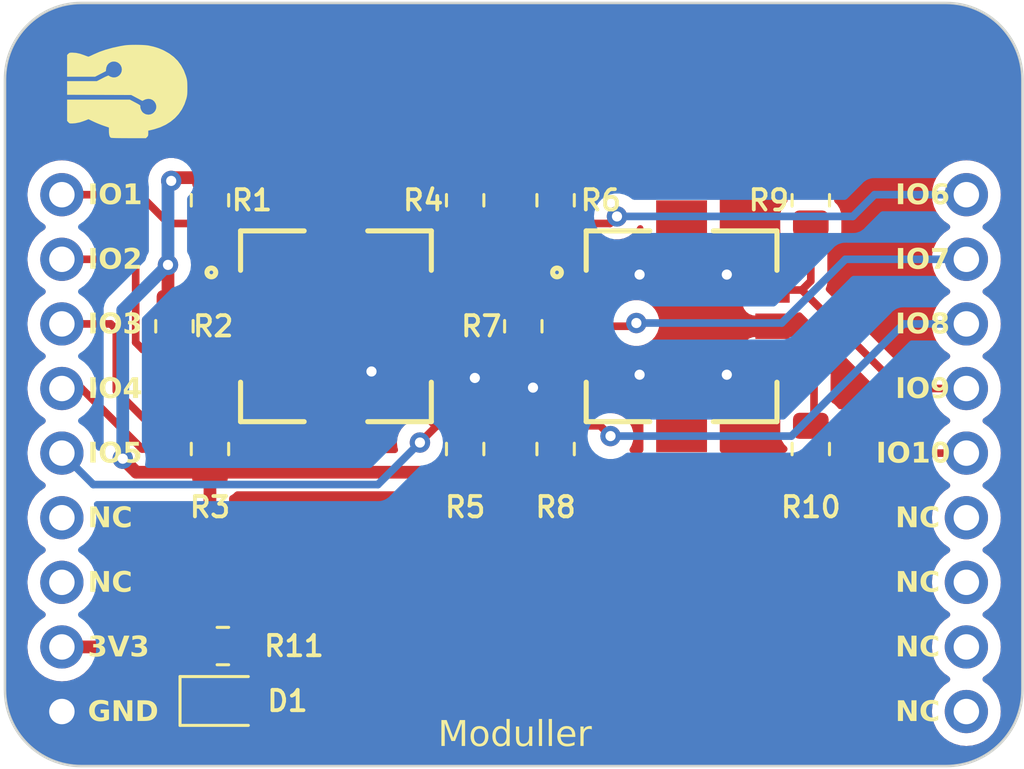
<source format=kicad_pcb>
(kicad_pcb (version 20221018) (generator pcbnew)
  (layers (0 "F.Cu" signal) (31 "B.Cu" signal) (34 "B.Paste" user) (35 "F.Paste" user) (36 "B.SilkS" user "B.Silkscreen") (37 "F.SilkS" user "F.Silkscreen") (38 "B.Mask" user) (39 "F.Mask" user) (44 "Edge.Cuts" user))
  (net 0 "")
  (net 1 "GND")
  (net 2 "Net-(D1-A)")
  (net 3 "+3V3")
  (net 4 "/GPIO1")
  (net 5 "/GPIO2")
  (net 6 "/GPIO3")
  (net 7 "/GPIO4")
  (net 8 "/GPIO5")
  (net 9 "/GPIO6")
  (net 10 "/GPIO7")
  (net 11 "/GPIO8")
  (net 12 "/GPIO9")
  (net 13 "/GPIO10")
  (footprint "Resistor_SMD:R_0805_2012Metric" (layer "F.Cu") (at 78.867 78.74 -90)
    (fp_text reference "R2" (at 0 -1.524 -180) (layer "F.SilkS") (effects (font (size 0.8 0.8) (thickness 0.15) bold)))
    (fp_text value "10k")
    (fp_line (start -0.227064 -0.735) (end 0.227064 -0.735) (stroke (width 0.12)) (layer "F.SilkS"))
    (fp_line (start -0.227064 0.735) (end 0.227064 0.735) (stroke (width 0.12)) (layer "F.SilkS"))
    (pad "1" smd roundrect (at -0.9125 0 270) (size 1.025 1.4) (layers "F.Cu" "F.Paste" "F.Mask") (roundrect_rratio 0.243902) (net 3 "+3V3"))
    (pad "2" smd roundrect (at 0.9125 0 270) (size 1.025 1.4) (layers "F.Cu" "F.Paste" "F.Mask") (roundrect_rratio 0.243902) (net 5 "/GPIO2"))
  )
  (footprint "SKRHAAE010:SKRHAAE010" (layer "F.Cu") (at 85.217 78.74)
    (fp_text reference "S1" hide)
    (fp_text value "SKRHAAE010" hide)
    (fp_line (start -3.75 -3.75) (end -3.75 -2.2) (stroke (width 0.2)) (layer "F.SilkS"))
    (fp_line (start -3.75 -3.75) (end -1.25 -3.75) (stroke (width 0.2)) (layer "F.SilkS"))
    (fp_line (start -3.75 3.75) (end -3.75 2.2) (stroke (width 0.2)) (layer "F.SilkS"))
    (fp_line (start -3.75 3.75) (end -1.25 3.75) (stroke (width 0.2)) (layer "F.SilkS"))
    (fp_line (start 3.75 -3.75) (end 1.25 -3.75) (stroke (width 0.2)) (layer "F.SilkS"))
    (fp_line (start 3.75 -3.75) (end 3.75 -2.2) (stroke (width 0.2)) (layer "F.SilkS"))
    (fp_line (start 3.75 3.75) (end 1.25 3.75) (stroke (width 0.2)) (layer "F.SilkS"))
    (fp_line (start 3.75 3.75) (end 3.75 2.2) (stroke (width 0.2)) (layer "F.SilkS"))
    (fp_circle (center -4.898 -2.116) (end -4.898 -2.04363) (stroke (width 0.2)) (fill none) (layer "F.SilkS"))
    (pad "1" smd rect (at -3.575 -1.425 90) (size 1 1.35) (layers "F.Cu" "F.Paste" "F.Mask") (net 4 "/GPIO1"))
    (pad "2" smd rect (at -3.575 0 90) (size 1 1.35) (layers "F.Cu" "F.Paste" "F.Mask") (net 5 "/GPIO2"))
    (pad "3" smd rect (at -3.575 1.425 90) (size 1 1.35) (layers "F.Cu" "F.Paste" "F.Mask") (net 6 "/GPIO3"))
    (pad "4" smd rect (at 3.575 -1.425 90) (size 1 1.35) (layers "F.Cu" "F.Paste" "F.Mask") (net 7 "/GPIO4"))
    (pad "5" smd rect (at 3.575 0 90) (size 1 1.35) (layers "F.Cu" "F.Paste" "F.Mask") (net 1 "GND"))
    (pad "6" smd rect (at 3.575 1.425 90) (size 1 1.35) (layers "F.Cu" "F.Paste" "F.Mask") (net 8 "/GPIO5"))
    (pad "7" smd rect (at 0 4.05 90) (size 1.8 2) (layers "F.Cu" "F.Paste" "F.Mask"))
    (pad "8" smd rect (at 0 -4.05 90) (size 1.8 2) (layers "F.Cu" "F.Paste" "F.Mask"))
  )
  (footprint "Resistor_SMD:R_0805_2012Metric" (layer "F.Cu") (at 90.297 73.787 90)
    (fp_text reference "R4" (at 0 -1.65 180) (layer "F.SilkS") (effects (font (size 0.8 0.8) (thickness 0.15) bold)))
    (fp_text value "10k")
    (fp_line (start -0.227064 -0.735) (end 0.227064 -0.735) (stroke (width 0.12)) (layer "F.SilkS"))
    (fp_line (start -0.227064 0.735) (end 0.227064 0.735) (stroke (width 0.12)) (layer "F.SilkS"))
    (pad "1" smd roundrect (at -0.9125 0 90) (size 1.025 1.4) (layers "F.Cu" "F.Paste" "F.Mask") (roundrect_rratio 0.243902) (net 7 "/GPIO4"))
    (pad "2" smd roundrect (at 0.9125 0 90) (size 1.025 1.4) (layers "F.Cu" "F.Paste" "F.Mask") (roundrect_rratio 0.243902) (net 3 "+3V3"))
  )
  (footprint "Resistor_SMD:R_0805_2012Metric" (layer "F.Cu") (at 103.886 73.787 90)
    (fp_text reference "R9" (at 0 -1.65 180) (layer "F.SilkS") (effects (font (size 0.8 0.8) (thickness 0.15) bold)))
    (fp_text value "10k")
    (fp_line (start -0.227064 -0.735) (end 0.227064 -0.735) (stroke (width 0.12)) (layer "F.SilkS"))
    (fp_line (start -0.227064 0.735) (end 0.227064 0.735) (stroke (width 0.12)) (layer "F.SilkS"))
    (pad "1" smd roundrect (at -0.9125 0 90) (size 1.025 1.4) (layers "F.Cu" "F.Paste" "F.Mask") (roundrect_rratio 0.243902) (net 12 "/GPIO9"))
    (pad "2" smd roundrect (at 0.9125 0 90) (size 1.025 1.4) (layers "F.Cu" "F.Paste" "F.Mask") (roundrect_rratio 0.243902) (net 3 "+3V3"))
  )
  (footprint "Resistor_SMD:R_0805_2012Metric" (layer "F.Cu") (at 90.297 83.566 -90)
    (fp_text reference "R5" (at 2.286 0) (layer "F.SilkS") (effects (font (size 0.8 0.8) (thickness 0.15) bold)))
    (fp_text value "10k")
    (fp_line (start -0.227064 -0.735) (end 0.227064 -0.735) (stroke (width 0.12)) (layer "F.SilkS"))
    (fp_line (start -0.227064 0.735) (end 0.227064 0.735) (stroke (width 0.12)) (layer "F.SilkS"))
    (pad "1" smd roundrect (at -0.9125 0 270) (size 1.025 1.4) (layers "F.Cu" "F.Paste" "F.Mask") (roundrect_rratio 0.243902) (net 8 "/GPIO5"))
    (pad "2" smd roundrect (at 0.9125 0 270) (size 1.025 1.4) (layers "F.Cu" "F.Paste" "F.Mask") (roundrect_rratio 0.243902) (net 3 "+3V3"))
  )
  (footprint "LED_SMD:LED_0805_2012Metric" (layer "F.Cu") (at 80.772 93.472)
    (fp_text reference "D1" (at 2.54 0) (layer "F.SilkS") (effects (font (size 0.8 0.8) (thickness 0.15) bold)))
    (fp_text value "LED")
    (fp_line (start -1.685 -0.96) (end -1.685 0.96) (stroke (width 0.12)) (layer "F.SilkS"))
    (fp_line (start -1.685 0.96) (end 1 0.96) (stroke (width 0.12)) (layer "F.SilkS"))
    (fp_line (start 1 -0.96) (end -1.685 -0.96) (stroke (width 0.12)) (layer "F.SilkS"))
    (pad "1" smd roundrect (at -0.9375 0) (size 0.975 1.4) (layers "F.Cu" "F.Paste" "F.Mask") (net 1 "GND"))
    (pad "2" smd roundrect (at 0.9375 0) (size 0.975 1.4) (layers "F.Cu" "F.Paste" "F.Mask") (net 2 "Net-(D1-A)"))
  )
  (footprint "Resistor_SMD:R_0805_2012Metric" (layer "F.Cu") (at 92.583 78.74 -90)
    (fp_text reference "R7" (at 0 1.651) (layer "F.SilkS") (effects (font (size 0.8 0.8) (thickness 0.15) bold)))
    (fp_text value "10k")
    (fp_line (start -0.227064 -0.735) (end 0.227064 -0.735) (stroke (width 0.12)) (layer "F.SilkS"))
    (fp_line (start -0.227064 0.735) (end 0.227064 0.735) (stroke (width 0.12)) (layer "F.SilkS"))
    (pad "1" smd roundrect (at -0.9125 0 270) (size 1.025 1.4) (layers "F.Cu" "F.Paste" "F.Mask") (roundrect_rratio 0.243902) (net 3 "+3V3"))
    (pad "2" smd roundrect (at 0.9125 0 270) (size 1.025 1.4) (layers "F.Cu" "F.Paste" "F.Mask") (roundrect_rratio 0.243902) (net 10 "/GPIO7"))
  )
  (footprint "Resistor_SMD:R_0805_2012Metric" (layer "F.Cu") (at 80.264 73.787 -90)
    (fp_text reference "R1" (at 0 -1.65 -180) (layer "F.SilkS") (effects (font (size 0.8 0.8) (thickness 0.15) bold)))
    (fp_text value "10k")
    (fp_line (start -0.227064 -0.735) (end 0.227064 -0.735) (stroke (width 0.12)) (layer "F.SilkS"))
    (fp_line (start -0.227064 0.735) (end 0.227064 0.735) (stroke (width 0.12)) (layer "F.SilkS"))
    (pad "1" smd roundrect (at -0.9125 0 270) (size 1.025 1.4) (layers "F.Cu" "F.Paste" "F.Mask") (roundrect_rratio 0.243902) (net 3 "+3V3"))
    (pad "2" smd roundrect (at 0.9125 0 270) (size 1.025 1.4) (layers "F.Cu" "F.Paste" "F.Mask") (roundrect_rratio 0.243902) (net 4 "/GPIO1"))
  )
  (footprint "Resistor_SMD:R_0805_2012Metric" (layer "F.Cu") (at 80.772 91.313)
    (fp_text reference "R11" (at 2.794 0) (layer "F.SilkS") (effects (font (size 0.8 0.8) (thickness 0.15) bold)))
    (fp_text value "R")
    (fp_line (start -0.227064 -0.735) (end 0.227064 -0.735) (stroke (width 0.12)) (layer "F.SilkS"))
    (fp_line (start -0.227064 0.735) (end 0.227064 0.735) (stroke (width 0.12)) (layer "F.SilkS"))
    (pad "1" smd roundrect (at -0.9125 0) (size 1.025 1.4) (layers "F.Cu" "F.Paste" "F.Mask") (roundrect_rratio 0.243902) (net 3 "+3V3"))
    (pad "2" smd roundrect (at 0.9125 0) (size 1.025 1.4) (layers "F.Cu" "F.Paste" "F.Mask") (roundrect_rratio 0.243902) (net 2 "Net-(D1-A)"))
  )
  (footprint "Resistor_SMD:R_0805_2012Metric" (layer "F.Cu") (at 93.853 73.787 -90)
    (fp_text reference "R6" (at 0 -1.778 -180) (layer "F.SilkS") (effects (font (size 0.8 0.8) (thickness 0.15) bold)))
    (fp_text value "10k")
    (fp_line (start -0.227064 -0.735) (end 0.227064 -0.735) (stroke (width 0.12)) (layer "F.SilkS"))
    (fp_line (start -0.227064 0.735) (end 0.227064 0.735) (stroke (width 0.12)) (layer "F.SilkS"))
    (pad "1" smd roundrect (at -0.9125 0 270) (size 1.025 1.4) (layers "F.Cu" "F.Paste" "F.Mask") (roundrect_rratio 0.243902) (net 3 "+3V3"))
    (pad "2" smd roundrect (at 0.9125 0 270) (size 1.025 1.4) (layers "F.Cu" "F.Paste" "F.Mask") (roundrect_rratio 0.243902) (net 9 "/GPIO6"))
  )
  (footprint "SKRHAAE010:SKRHAAE010" (layer "F.Cu") (at 98.806 78.74)
    (fp_text reference "S2" hide)
    (fp_text value "SKRHAAE010" hide)
    (fp_line (start -3.75 -3.75) (end -3.75 -2.2) (stroke (width 0.2)) (layer "F.SilkS"))
    (fp_line (start -3.75 -3.75) (end -1.25 -3.75) (stroke (width 0.2)) (layer "F.SilkS"))
    (fp_line (start -3.75 3.75) (end -3.75 2.2) (stroke (width 0.2)) (layer "F.SilkS"))
    (fp_line (start -3.75 3.75) (end -1.25 3.75) (stroke (width 0.2)) (layer "F.SilkS"))
    (fp_line (start 3.75 -3.75) (end 1.25 -3.75) (stroke (width 0.2)) (layer "F.SilkS"))
    (fp_line (start 3.75 -3.75) (end 3.75 -2.2) (stroke (width 0.2)) (layer "F.SilkS"))
    (fp_line (start 3.75 3.75) (end 1.25 3.75) (stroke (width 0.2)) (layer "F.SilkS"))
    (fp_line (start 3.75 3.75) (end 3.75 2.2) (stroke (width 0.2)) (layer "F.SilkS"))
    (fp_circle (center -4.898 -2.116) (end -4.898 -2.04363) (stroke (width 0.2)) (fill none) (layer "F.SilkS"))
    (pad "1" smd rect (at -3.575 -1.425 90) (size 1 1.35) (layers "F.Cu" "F.Paste" "F.Mask") (net 9 "/GPIO6"))
    (pad "2" smd rect (at -3.575 0 90) (size 1 1.35) (layers "F.Cu" "F.Paste" "F.Mask") (net 10 "/GPIO7"))
    (pad "3" smd rect (at -3.575 1.425 90) (size 1 1.35) (layers "F.Cu" "F.Paste" "F.Mask") (net 11 "/GPIO8"))
    (pad "4" smd rect (at 3.575 -1.425 90) (size 1 1.35) (layers "F.Cu" "F.Paste" "F.Mask") (net 12 "/GPIO9"))
    (pad "5" smd rect (at 3.575 0 90) (size 1 1.35) (layers "F.Cu" "F.Paste" "F.Mask") (net 1 "GND"))
    (pad "6" smd rect (at 3.575 1.425 90) (size 1 1.35) (layers "F.Cu" "F.Paste" "F.Mask") (net 13 "/GPIO10"))
    (pad "7" smd rect (at 0 4.05 90) (size 1.8 2) (layers "F.Cu" "F.Paste" "F.Mask"))
    (pad "8" smd rect (at 0 -4.05 90) (size 1.8 2) (layers "F.Cu" "F.Paste" "F.Mask"))
  )
  (footprint "Moduler_:pin_header" (layer "F.Cu") (at 91.967877 84.23552)
    (fp_text reference "U1" hide)
    (fp_text value "~" hide)
    (fp_text user "NC" (at 15.24 10.16 unlocked) (layer "F.SilkS") (effects (font (size 0.8 0.8) (thickness 0.2) bold) (justify left bottom)))
    (fp_text user "NC" (at 15.24 2.54 unlocked) (layer "F.SilkS") (effects (font (size 0.8 0.8) (thickness 0.2) bold) (justify left bottom)))
    (fp_text user "Moduller" (at -2.7432 11.176 unlocked) (layer "F.SilkS") (effects (font (thickness 0.1)) (justify left bottom)))
    (fp_text user "IO9" (at 15.24 -2.54 unlocked) (layer "F.SilkS") (effects (font (size 0.8 0.8) (thickness 0.2) bold) (justify left bottom)))
    (fp_text user "IO1" (at -16.51 -10.16 unlocked) (layer "F.SilkS") (effects (font (size 0.8 0.8) (thickness 0.2) bold) (justify left bottom)))
    (fp_text user "IO4" (at -16.51 -2.54 unlocked) (layer "F.SilkS") (effects (font (size 0.8 0.8) (thickness 0.2) bold) (justify left bottom)))
    (fp_text user "NC" (at 15.24 5.08 unlocked) (layer "F.SilkS") (effects (font (size 0.8 0.8) (thickness 0.2) bold) (justify left bottom)))
    (fp_text user "IO10" (at 14.478 0 unlocked) (layer "F.SilkS") (effects (font (size 0.8 0.8) (thickness 0.2) bold) (justify left bottom)))
    (fp_text user "3V3" (at -16.51 7.62 unlocked) (layer "F.SilkS") (effects (font (size 0.8 0.8) (thickness 0.2) bold) (justify left bottom)))
    (fp_text user "NC" (at -16.51 5.08 unlocked) (layer "F.SilkS") (effects (font (size 0.8 0.8) (thickness 0.2) bold) (justify left bottom)))
    (fp_text user "NC" (at -16.51 2.54 unlocked) (layer "F.SilkS") (effects (font (size 0.8 0.8) (thickness 0.2) bold) (justify left bottom)))
    (fp_text user "GND" (at -16.51 10.16 unlocked) (layer "F.SilkS") (effects (font (size 0.8 0.8) (thickness 0.2) bold) (justify left bottom)))
    (fp_text user "NC" (at 15.24 7.62 unlocked) (layer "F.SilkS") (effects (font (size 0.8 0.8) (thickness 0.2) bold) (justify left bottom)))
    (fp_text user "IO6" (at 15.24 -10.16 unlocked) (layer "F.SilkS") (effects (font (size 0.8 0.8) (thickness 0.2) bold) (justify left bottom)))
    (fp_text user "IO2" (at -16.51 -7.62 unlocked) (layer "F.SilkS") (effects (font (size 0.8 0.8) (thickness 0.2) bold) (justify left bottom)))
    (fp_text user "IO7" (at 15.24 -7.62 unlocked) (layer "F.SilkS") (effects (font (size 0.8 0.8) (thickness 0.2) bold) (justify left bottom)))
    (fp_text user "IO3" (at -16.51 -5.08 unlocked) (layer "F.SilkS") (effects (font (size 0.8 0.8) (thickness 0.2) bold) (justify left bottom)))
    (fp_text user "IO8" (at 15.24 -5.08 unlocked) (layer "F.SilkS") (effects (font (size 0.8 0.8) (thickness 0.2) bold) (justify left bottom)))
    (fp_text user "IO5" (at -16.51 0 unlocked) (layer "F.SilkS") (effects (font (size 0.8 0.8) (thickness 0.2) bold) (justify left bottom)))
    (fp_poly (pts (xy -14.485582 -16.559009) (xy -14.360573 -16.554745) (xy -14.248636 -16.54798) (xy -14.157002 -16.538775) (xy -14.117924 -16.532703) (xy -13.929469 -16.491549) (xy -13.759531 -16.440533) (xy -13.595569 -16.375574) (xy -13.505604 -16.333511) (xy -13.302009 -16.218091) (xy -13.123321 -16.083397) (xy -12.969118 -15.928915) (xy -12.838978 -15.754131) (xy -12.73248 -15.558531) (xy -12.6492 -15.3416) (xy -12.625721 -15.261504) (xy -12.612959 -15.20932) (xy -12.603846 -15.156964) (xy -12.597806 -15.097579) (xy -12.594264 -15.024306) (xy -12.592645 -14.930288) (xy -12.59236 -14.863654) (xy -12.592671 -14.758539) (xy -12.594379 -14.67766) (xy -12.598173 -14.613669) (xy -12.604739 -14.559219) (xy -12.614766 -14.506962) (xy -12.628942 -14.449549) (xy -12.632287 -14.43698) (xy -12.705714 -14.221543) (xy -12.805363 -14.022972) (xy -12.930147 -13.842253) (xy -13.078978 -13.68037) (xy -13.250768 -13.538308) (xy -13.444431 -13.417053) (xy -13.658878 -13.317589) (xy -13.893022 -13.240901) (xy -13.975535 -13.220506) (xy -14.129547 -13.185381) (xy -14.129547 -13.083439) (xy -14.131087 -13.025365) (xy -14.138019 -12.987709) (xy -14.153807 -12.959356) (xy -14.17572 -12.935324) (xy -14.221893 -12.889151) (xy -14.898388 -12.889632) (xy -15.093554 -12.890179) (xy -15.257188 -12.891522) (xy -15.389336 -12.893662) (xy -15.490047 -12.896601) (xy -15.559371 -12.900339) (xy -15.597354 -12.904877) (xy -15.604006 -12.907041) (xy -15.639705 -12.944721) (xy -15.663541 -13.009816) (xy -15.675744 -13.103144) (xy -15.677582 -13.169023) (xy -15.677607 -13.307746) (xy -15.877323 -13.375342) (xy -15.973613 -13.410249) (xy -16.083694 -13.453796) (xy -16.193274 -13.500154) (xy -16.27912 -13.539209) (xy -16.481202 -13.63548) (xy -16.625058 -13.577237) (xy -16.814264 -13.51298) (xy -16.995657 -13.477073) (xy -17.112214 -13.468483) (xy -17.172568 -13.467793) (xy -17.210949 -13.471228) (xy -17.236949 -13.481681) (xy -17.260163 -13.502045) (xy -17.274123 -13.517292) (xy -17.320343 -13.568879) (xy -17.320343 -13.987224) (xy -17.320343 -14.405569) (xy -16.086926 -14.405569) (xy -14.85351 -14.405569) (xy -14.643801 -14.294889) (xy -14.56284 -14.251731) (xy -14.506066 -14.219928) (xy -14.469493 -14.196546) (xy -14.449134 -14.178651) (xy -14.441003 -14.163308) (xy -14.441111 -14.147581) (xy -14.441413 -14.14592) (xy -14.43976 -14.092795) (xy -14.421236 -14.027967) (xy -14.3904 -13.962942) (xy -14.35181 -13.909228) (xy -14.344762 -13.902005) (xy -14.296227 -13.865834) (xy -14.236644 -13.835404) (xy -14.214799 -13.827587) (xy -14.121045 -13.813694) (xy -14.033382 -13.827179) (xy -13.955509 -13.863953) (xy -13.891126 -13.919926) (xy -13.843932 -13.991011) (xy -13.817627 -14.073118) (xy -13.815911 -14.162158) (xy -13.838074 -14.243952) (xy -13.888707 -14.328311) (xy -13.95777 -14.389514) (xy -14.040589 -14.425955) (xy -14.132494 -14.436027) (xy -14.228811 -14.418125) (xy -14.281052 -14.396241) (xy -14.36193 -14.355321) (xy -14.581404 -14.471272) (xy -14.800878 -14.587224) (xy -16.06061 -14.591538) (xy -17.320343 -14.595853) (xy -17.320343 -14.86402) (xy -17.320343 -15.132186) (xy -16.736108 -15.132186) (xy -16.151873 -15.132186) (xy -15.92364 -15.25081) (xy -15.825628 -15.300328) (xy -15.752835 -15.333929) (xy -15.705794 -15.351385) (xy -15.685044 -15.352471) (xy -15.684533 -15.351839) (xy -15.664369 -15.334981) (xy -15.626413 -15.313259) (xy -15.608475 -15.304645) (xy -15.517344 -15.278515) (xy -15.42868 -15.280387) (xy -15.34665 -15.306716) (xy -15.27542 -15.353956) (xy -15.219157 -15.418565) (xy -15.182028 -15.496995) (xy -15.1682 -15.585704) (xy -15.178799 -15.670169) (xy -15.216089 -15.756834) (xy -15.2752 -15.826154) (xy -15.350432 -15.875231) (xy -15.436087 -15.901168) (xy -15.526465 -15.901066) (xy -15.594919 -15.881743) (xy -15.679764 -15.831605) (xy -15.7402 -15.761879) (xy -15.776844 -15.671686) (xy -15.787538 -15.6087) (xy -15.796027 -15.524455) (xy -16.008245 -15.415199) (xy -16.220463 -15.305942) (xy -16.770403 -15.305942) (xy -17.320343 -15.305942) (xy -17.320343 -15.73365) (xy -17.320343 -16.161358) (xy -17.27417 -16.207531) (xy -17.247441 -16.231634) (xy -17.221044 -16.24546) (xy -17.185152 -16.251797) (xy -17.129936 -16.253429) (xy -17.112261 -16.253429) (xy -16.965134 -16.242789) (xy -16.813828 -16.210492) (xy -16.650907 -16.15493) (xy -16.643254 -16.151886) (xy -16.580147 -16.127507) (xy -16.526736 -16.108472) (xy -16.490695 -16.097439) (xy -16.481152 -16.095743) (xy -16.459332 -16.102404) (xy -16.415439 -16.120594) (xy -16.35561 -16.147624) (xy -16.285983 -16.180807) (xy -16.277762 -16.184828) (xy -16.053998 -16.282606) (xy -15.80365 -16.369931) (xy -15.530295 -16.445763) (xy -15.237504 -16.509065) (xy -15.053614 -16.540657) (xy -14.971712 -16.549822) (xy -14.866727 -16.556178) (xy -14.74589 -16.559787) (xy -14.616431 -16.56071)) (fill solid) (layer "F.SilkS"))
    (fp_poly (pts (xy -19.759475 -15.361112) (xy -19.747896 -15.5134) (xy -19.728827 -15.663474) (xy -19.702457 -15.811146) (xy -19.668975 -15.956226) (xy -19.628568 -16.098527) (xy -19.581426 -16.23786) (xy -19.527736 -16.374037) (xy -19.467687 -16.506869) (xy -19.401468 -16.636168) (xy -19.329267 -16.761745) (xy -19.251272 -16.883413) (xy -19.167671 -17.000982) (xy -19.078654 -17.114264) (xy -18.984408 -17.223072) (xy -18.885122 -17.327215) (xy -18.780984 -17.426507) (xy -18.672182 -17.520758) (xy -18.558906 -17.609781) (xy -18.441343 -17.693386) (xy -18.319683 -17.771386) (xy -18.194112 -17.843591) (xy -18.06482 -17.909814) (xy -17.931995 -17.969866) (xy -17.795826 -18.023559) (xy -17.6565 -18.070704) (xy -17.514207 -18.111113) (xy -17.369134 -18.144597) (xy -17.221471 -18.170968) (xy -17.071405 -18.190038) (xy -16.919125 -18.201619) (xy -16.764819 -18.20552) (xy 17.238832 -18.20552) (xy 17.393137 -18.201619) (xy 17.545417 -18.190038) (xy 17.695483 -18.170968) (xy 17.843146 -18.144597) (xy 17.988219 -18.111113) (xy 18.130512 -18.070704) (xy 18.269837 -18.023559) (xy 18.406006 -17.969866) (xy 18.538831 -17.909814) (xy 18.668123 -17.843591) (xy 18.793694 -17.771386) (xy 18.915355 -17.693386) (xy 19.032917 -17.609781) (xy 19.146194 -17.520758) (xy 19.254995 -17.426507) (xy 19.359133 -17.327215) (xy 19.458419 -17.223072) (xy 19.552665 -17.114264) (xy 19.641683 -17.000982) (xy 19.725284 -16.883413) (xy 19.803279 -16.761745) (xy 19.87548 -16.636168) (xy 19.9417 -16.506869) (xy 20.001748 -16.374037) (xy 20.055438 -16.23786) (xy 20.102581 -16.098527) (xy 20.142987 -15.956226) (xy 20.17647 -15.811146) (xy 20.20284 -15.663474) (xy 20.221909 -15.5134) (xy 20.233488 -15.361112) (xy 20.23739 -15.206798) (xy 20.23739 8.797094) (xy 20.233488 8.951408) (xy 20.221909 9.103696) (xy 20.20284 9.25377) (xy 20.17647 9.401441) (xy 20.142987 9.546522) (xy 20.102581 9.688822) (xy 20.055438 9.828155) (xy 20.001748 9.964332) (xy 19.9417 10.097164) (xy 19.87548 10.226463) (xy 19.803279 10.352041) (xy 19.725284 10.473708) (xy 19.641683 10.591278) (xy 19.552665 10.70456) (xy 19.458419 10.813367) (xy 19.359133 10.917511) (xy 19.254995 11.016803) (xy 19.146194 11.111054) (xy 19.032917 11.200077) (xy 18.915355 11.283682) (xy 18.793694 11.361681) (xy 18.668123 11.433887) (xy 18.538831 11.50011) (xy 18.406006 11.560162) (xy 18.269837 11.613855) (xy 18.130512 11.661) (xy 17.988219 11.701409) (xy 17.843146 11.734893) (xy 17.695483 11.761265) (xy 17.545417 11.780334) (xy 17.393137 11.791915) (xy 17.238832 11.795817) (xy -16.764819 11.795817) (xy -16.919125 11.791915) (xy -17.071405 11.780334) (xy -17.221471 11.761265) (xy -17.369134 11.734893) (xy -17.514207 11.701409) (xy -17.6565 11.661) (xy -17.795826 11.613855) (xy -17.931995 11.560162) (xy -18.06482 11.50011) (xy -18.194112 11.433887) (xy -18.319683 11.361681) (xy -18.441343 11.283682) (xy -18.558906 11.200077) (xy -18.672182 11.111054) (xy -18.780984 11.016803) (xy -18.885122 10.917511) (xy -18.984408 10.813367) (xy -19.078654 10.70456) (xy -19.167671 10.591278) (xy -19.251272 10.473708) (xy -19.329267 10.352041) (xy -19.401468 10.226463) (xy -19.467687 10.097164) (xy -19.527736 9.964332) (xy -19.581426 9.828155) (xy -19.628568 9.688822) (xy -19.668975 9.546522) (xy -19.702457 9.401441) (xy -19.728827 9.25377) (xy -19.747896 9.103696) (xy -19.759475 8.951408) (xy -19.763377 8.797094) (xy -19.763377 -15.206798)) (stroke (width 0.1)) (fill none) (layer "Edge.Cuts"))
    (pad "1" thru_hole oval (at -17.526 -10.668) (size 1.7 1.7) (drill 1) (layers "*.Cu" "*.Mask") (net 4 "/GPIO1"))
    (pad "2" thru_hole oval (at -17.526 -8.128) (size 1.7 1.7) (drill 1) (layers "*.Cu" "*.Mask") (net 5 "/GPIO2"))
    (pad "3" thru_hole oval (at -17.526 -5.588) (size 1.7 1.7) (drill 1) (layers "*.Cu" "*.Mask") (net 6 "/GPIO3"))
    (pad "4" thru_hole oval (at -17.526 -3.048) (size 1.7 1.7) (drill 1) (layers "*.Cu" "*.Mask") (net 7 "/GPIO4"))
    (pad "5" thru_hole oval (at -17.526 -0.508) (size 1.7 1.7) (drill 1) (layers "*.Cu" "*.Mask") (net 8 "/GPIO5"))
    (pad "6" thru_hole oval (at -17.526 2.032) (size 1.7 1.7) (drill 1) (layers "*.Cu" "*.Mask"))
    (pad "7" thru_hole oval (at -17.526 4.572) (size 1.7 1.7) (drill 1) (layers "*.Cu" "*.Mask"))
    (pad "8" thru_hole oval (at -17.526 7.112) (size 1.7 1.7) (drill 1) (layers "*.Cu" "*.Mask") (net 3 "+3V3"))
    (pad "9" thru_hole oval (at -17.526 9.652) (size 1.7 1.7) (drill 1) (layers "*.Cu" "*.Mask") (net 1 "GND"))
    (pad "10" thru_hole oval (at 18.034 9.652) (size 1.7 1.7) (drill 1) (layers "*.Cu" "*.Mask"))
    (pad "11" thru_hole oval (at 18.034 7.112) (size 1.7 1.7) (drill 1) (layers "*.Cu" "*.Mask"))
    (pad "12" thru_hole oval (at 18.034 4.572) (size 1.7 1.7) (drill 1) (layers "*.Cu" "*.Mask"))
    (pad "13" thru_hole oval (at 18.034 2.032) (size 1.7 1.7) (drill 1) (layers "*.Cu" "*.Mask"))
    (pad "14" thru_hole oval (at 18.034 -0.508) (size 1.7 1.7) (drill 1) (layers "*.Cu" "*.Mask") (net 13 "/GPIO10"))
    (pad "15" thru_hole oval (at 18.034 -3.048) (size 1.7 1.7) (drill 1) (layers "*.Cu" "*.Mask") (net 12 "/GPIO9"))
    (pad "16" thru_hole oval (at 18.034 -5.588) (size 1.7 1.7) (drill 1) (layers "*.Cu" "*.Mask") (net 11 "/GPIO8"))
    (pad "17" thru_hole oval (at 18.034 -8.128) (size 1.7 1.7) (drill 1) (layers "*.Cu" "*.Mask") (net 10 "/GPIO7"))
    (pad "18" thru_hole oval (at 18.034 -10.668) (size 1.7 1.7) (drill 1) (layers "*.Cu" "*.Mask") (net 9 "/GPIO6"))
  )
  (footprint "Resistor_SMD:R_0805_2012Metric" (layer "F.Cu") (at 103.886 83.566 -90)
    (fp_text reference "R10" (at 2.286 0 -180) (layer "F.SilkS") (effects (font (size 0.8 0.8) (thickness 0.15) bold)))
    (fp_text value "10k")
    (fp_line (start -0.227064 -0.735) (end 0.227064 -0.735) (stroke (width 0.12)) (layer "F.SilkS"))
    (fp_line (start -0.227064 0.735) (end 0.227064 0.735) (stroke (width 0.12)) (layer "F.SilkS"))
    (pad "1" smd roundrect (at -0.9125 0 270) (size 1.025 1.4) (layers "F.Cu" "F.Paste" "F.Mask") (roundrect_rratio 0.243902) (net 13 "/GPIO10"))
    (pad "2" smd roundrect (at 0.9125 0 270) (size 1.025 1.4) (layers "F.Cu" "F.Paste" "F.Mask") (roundrect_rratio 0.243902) (net 3 "+3V3"))
  )
  (footprint "Resistor_SMD:R_0805_2012Metric" (layer "F.Cu") (at 93.853 83.566 90)
    (fp_text reference "R8" (at -2.286 0 180) (layer "F.SilkS") (effects (font (size 0.8 0.8) (thickness 0.15) bold)))
    (fp_text value "10k")
    (fp_line (start -0.227064 -0.735) (end 0.227064 -0.735) (stroke (width 0.12)) (layer "F.SilkS"))
    (fp_line (start -0.227064 0.735) (end 0.227064 0.735) (stroke (width 0.12)) (layer "F.SilkS"))
    (pad "1" smd roundrect (at -0.9125 0 90) (size 1.025 1.4) (layers "F.Cu" "F.Paste" "F.Mask") (roundrect_rratio 0.243902) (net 3 "+3V3"))
    (pad "2" smd roundrect (at 0.9125 0 90) (size 1.025 1.4) (layers "F.Cu" "F.Paste" "F.Mask") (roundrect_rratio 0.243902) (net 11 "/GPIO8"))
  )
  (footprint "Resistor_SMD:R_0805_2012Metric" (layer "F.Cu") (at 80.264 83.566 90)
    (fp_text reference "R3" (at -2.286 0 180) (layer "F.SilkS") (effects (font (size 0.8 0.8) (thickness 0.15) bold)))
    (fp_text value "10k")
    (fp_line (start -0.227064 -0.735) (end 0.227064 -0.735) (stroke (width 0.12)) (layer "F.SilkS"))
    (fp_line (start -0.227064 0.735) (end 0.227064 0.735) (stroke (width 0.12)) (layer "F.SilkS"))
    (pad "1" smd roundrect (at -0.9125 0 90) (size 1.025 1.4) (layers "F.Cu" "F.Paste" "F.Mask") (roundrect_rratio 0.243902) (net 3 "+3V3"))
    (pad "2" smd roundrect (at 0.9125 0 90) (size 1.025 1.4) (layers "F.Cu" "F.Paste" "F.Mask") (roundrect_rratio 0.243902) (net 6 "/GPIO3"))
  )
  (via (at 97.155 80.645) (size 0.8) (drill 0.4) (layers "F.Cu" "B.Cu") (net 1))
  (via (at 90.678 80.772) (size 0.8) (drill 0.4) (layers "F.Cu" "B.Cu") (net 1))
  (via (at 100.584 80.645) (size 0.8) (drill 0.4) (layers "F.Cu" "B.Cu") (net 1))
  (via (at 86.614 80.518) (size 0.8) (drill 0.4) (layers "F.Cu" "B.Cu") (net 1))
  (via (at 92.964 81.153) (size 0.8) (drill 0.4) (layers "F.Cu" "B.Cu") (net 1))
  (via (at 100.584 76.708) (size 0.8) (drill 0.4) (layers "F.Cu" "B.Cu") (net 1))
  (via (at 97.155 76.708) (size 0.8) (drill 0.4) (layers "F.Cu" "B.Cu") (net 1))
  (segment (start 81.6845 93.447) (end 81.7095 93.472) (width 0.5) (layer "F.Cu") (net 2))
  (segment (start 81.6845 91.313) (end 81.6845 93.447) (width 0.5) (layer "F.Cu") (net 2))
  (segment (start 74.441877 91.34752) (end 79.82498 91.34752) (width 0.5) (layer "F.Cu") (net 3))
  (segment (start 92.075 72.8745) (end 80.264 72.8745) (width 0.5) (layer "F.Cu") (net 3))
  (segment (start 79.82498 91.34752) (end 79.8595 91.313) (width 0.5) (layer "F.Cu") (net 3))
  (segment (start 77.3665 84.4785) (end 80.264 84.4785) (width 0.5) (layer "F.Cu") (net 3))
  (segment (start 79.8595 91.313) (end 79.8595 86.1295) (width 0.5) (layer "F.Cu") (net 3))
  (segment (start 92.075 75.819) (end 92.075 72.8745) (width 0.5) (layer "F.Cu") (net 3))
  (segment (start 78.867 72.898) (end 80.2405 72.898) (width 0.5) (layer "F.Cu") (net 3))
  (segment (start 92.583 77.8275) (end 92.583 76.327) (width 0.5) (layer "F.Cu") (net 3))
  (segment (start 92.583 76.327) (end 92.075 75.819) (width 0.5) (layer "F.Cu") (net 3))
  (segment (start 80.264 84.4785) (end 80.264 85.725) (width 0.5) (layer "F.Cu") (net 3))
  (segment (start 78.613 77.5735) (end 78.867 77.8275) (width 0.5) (layer "F.Cu") (net 3))
  (segment (start 103.886 72.8745) (end 92.075 72.8745) (width 0.5) (layer "F.Cu") (net 3))
  (segment (start 80.264 84.4785) (end 93.853 84.4785) (width 0.5) (layer "F.Cu") (net 3))
  (segment (start 78.74 73.025) (end 78.867 72.898) (width 0.5) (layer "F.Cu") (net 3))
  (segment (start 76.835 83.947) (end 77.3665 84.4785) (width 0.5) (layer "F.Cu") (net 3))
  (segment (start 80.2405 72.898) (end 80.264 72.8745) (width 0.5) (layer "F.Cu") (net 3))
  (segment (start 93.853 84.4785) (end 103.886 84.4785) (width 0.5) (layer "F.Cu") (net 3))
  (segment (start 79.8595 86.1295) (end 80.264 85.725) (width 0.5) (layer "F.Cu") (net 3))
  (segment (start 78.613 76.327) (end 78.613 77.5735) (width 0.5) (layer "F.Cu") (net 3))
  (via (at 76.835 83.947) (size 0.8) (drill 0.4) (layers "F.Cu" "B.Cu") (net 3))
  (via (at 78.613 76.327) (size 0.8) (drill 0.4) (layers "F.Cu" "B.Cu") (net 3))
  (via (at 78.74 73.025) (size 0.8) (drill 0.4) (layers "F.Cu" "B.Cu") (net 3))
  (segment (start 78.613 76.327) (end 78.613 73.152) (width 0.5) (layer "B.Cu") (net 3))
  (segment (start 76.835 78.105) (end 78.613 76.327) (width 0.5) (layer "B.Cu") (net 3))
  (segment (start 76.835 83.947) (end 76.835 78.105) (width 0.5) (layer "B.Cu") (net 3))
  (segment (start 78.613 73.152) (end 78.74 73.025) (width 0.5) (layer "B.Cu") (net 3))
  (segment (start 80.264 74.6995) (end 81.4305 74.6995) (width 0.3) (layer "F.Cu") (net 4))
  (segment (start 77.43548 73.56752) (end 74.441877 73.56752) (width 0.3) (layer "F.Cu") (net 4))
  (segment (start 81.4305 74.6995) (end 81.642 74.911) (width 0.3) (layer "F.Cu") (net 4))
  (segment (start 80.264 74.6995) (end 78.6365 74.6995) (width 0.3) (layer "F.Cu") (net 4))
  (segment (start 78.6365 74.6995) (end 77.47 73.533) (width 0.3) (layer "F.Cu") (net 4))
  (segment (start 81.642 74.911) (end 81.642 77.315) (width 0.3) (layer "F.Cu") (net 4))
  (segment (start 77.47 73.533) (end 77.43548 73.56752) (width 0.3) (layer "F.Cu") (net 4))
  (segment (start 79.8595 79.6525) (end 80.772 78.74) (width 0.3) (layer "F.Cu") (net 5))
  (segment (start 78.867 79.6525) (end 79.8595 79.6525) (width 0.3) (layer "F.Cu") (net 5))
  (segment (start 76.99652 76.10752) (end 74.441877 76.10752) (width 0.3) (layer "F.Cu") (net 5))
  (segment (start 80.772 78.74) (end 81.642 78.74) (width 0.3) (layer "F.Cu") (net 5))
  (segment (start 77.6205 79.6525) (end 77.343 79.375) (width 0.3) (layer "F.Cu") (net 5))
  (segment (start 77.343 76.454) (end 76.99652 76.10752) (width 0.3) (layer "F.Cu") (net 5))
  (segment (start 78.867 79.6525) (end 77.6205 79.6525) (width 0.3) (layer "F.Cu") (net 5))
  (segment (start 77.343 79.375) (end 77.343 76.454) (width 0.3) (layer "F.Cu") (net 5))
  (segment (start 76.581 78.867) (end 76.36152 78.64752) (width 0.3) (layer "F.Cu") (net 6))
  (segment (start 77.9545 82.6535) (end 76.581 81.28) (width 0.3) (layer "F.Cu") (net 6))
  (segment (start 80.264 82.6535) (end 77.9545 82.6535) (width 0.3) (layer "F.Cu") (net 6))
  (segment (start 80.264 81.915) (end 80.264 82.6535) (width 0.3) (layer "F.Cu") (net 6))
  (segment (start 76.581 81.28) (end 76.581 78.867) (width 0.3) (layer "F.Cu") (net 6))
  (segment (start 76.36152 78.64752) (end 74.441877 78.64752) (width 0.3) (layer "F.Cu") (net 6))
  (segment (start 81.642 80.537) (end 80.264 81.915) (width 0.3) (layer "F.Cu") (net 6))
  (segment (start 81.642 80.165) (end 81.642 80.537) (width 0.3) (layer "F.Cu") (net 6))
  (segment (start 81.566 83.566) (end 77.597 83.566) (width 0.3) (layer "F.Cu") (net 7))
  (segment (start 77.597 83.566) (end 75.21852 81.18752) (width 0.3) (layer "F.Cu") (net 7))
  (segment (start 88.792 77.315) (end 87.817 77.315) (width 0.3) (layer "F.Cu") (net 7))
  (segment (start 87.817 77.315) (end 81.566 83.566) (width 0.3) (layer "F.Cu") (net 7))
  (segment (start 75.21852 81.18752) (end 74.441877 81.18752) (width 0.3) (layer "F.Cu") (net 7))
  (segment (start 89.817 77.315) (end 88.792 77.315) (width 0.3) (layer "F.Cu") (net 7))
  (segment (start 90.297 76.835) (end 89.817 77.315) (width 0.3) (layer "F.Cu") (net 7))
  (segment (start 90.297 74.6995) (end 90.297 76.835) (width 0.3) (layer "F.Cu") (net 7))
  (segment (start 90.297 82.6535) (end 89.1305 82.6535) (width 0.3) (layer "F.Cu") (net 8))
  (segment (start 88.792 82.277) (end 88.792 80.165) (width 0.3) (layer "F.Cu") (net 8))
  (segment (start 90.297 82.6535) (end 89.1775 82.6535) (width 0.3) (layer "F.Cu") (net 8))
  (segment (start 89.1305 82.6535) (end 88.773 82.296) (width 0.3) (layer "F.Cu") (net 8))
  (segment (start 88.773 82.296) (end 88.792 82.277) (width 0.3) (layer "F.Cu") (net 8))
  (segment (start 89.1775 82.6535) (end 88.519 83.312) (width 0.3) (layer "F.Cu") (net 8))
  (via (at 88.519 83.312) (size 0.8) (drill 0.4) (layers "F.Cu" "B.Cu") (net 8))
  (segment (start 86.868 84.963) (end 75.677357 84.963) (width 0.3) (layer "B.Cu") (net 8))
  (segment (start 88.519 83.312) (end 86.868 84.963) (width 0.3) (layer "B.Cu") (net 8))
  (segment (start 75.677357 84.963) (end 74.441877 83.72752) (width 0.3) (layer "B.Cu") (net 8))
  (segment (start 95.231 77.315) (end 95.231 75.165) (width 0.3) (layer "F.Cu") (net 9))
  (segment (start 93.853 74.6995) (end 95.9885 74.6995) (width 0.3) (layer "F.Cu") (net 9))
  (segment (start 95.231 75.165) (end 94.7655 74.6995) (width 0.3) (layer "F.Cu") (net 9))
  (segment (start 94.7655 74.6995) (end 93.853 74.6995) (width 0.3) (layer "F.Cu") (net 9))
  (segment (start 95.9885 74.6995) (end 96.266 74.422) (width 0.3) (layer "F.Cu") (net 9))
  (via (at 96.266 74.422) (size 0.8) (drill 0.4) (layers "F.Cu" "B.Cu") (net 9))
  (segment (start 96.266 74.422) (end 105.537 74.422) (width 0.3) (layer "B.Cu") (net 9))
  (segment (start 106.39148 73.56752) (end 110.001877 73.56752) (width 0.3) (layer "B.Cu") (net 9))
  (segment (start 105.537 74.422) (end 106.39148 73.56752) (width 0.3) (layer "B.Cu") (net 9))
  (segment (start 92.583 79.6525) (end 92.9405 79.6525) (width 0.3) (layer "F.Cu") (net 10))
  (segment (start 92.9405 79.6525) (end 93.853 78.74) (width 0.3) (layer "F.Cu") (net 10))
  (segment (start 96.901 78.74) (end 97.028 78.613) (width 0.3) (layer "F.Cu") (net 10))
  (segment (start 95.231 78.74) (end 96.901 78.74) (width 0.3) (layer "F.Cu") (net 10))
  (segment (start 93.853 78.74) (end 95.231 78.74) (width 0.3) (layer "F.Cu") (net 10))
  (via (at 97.028 78.613) (size 0.8) (drill 0.4) (layers "F.Cu" "B.Cu") (net 10))
  (segment (start 97.028 78.613) (end 102.743 78.613) (width 0.3) (layer "B.Cu") (net 10))
  (segment (start 105.24848 76.10752) (end 110.001877 76.10752) (width 0.3) (layer "B.Cu") (net 10))
  (segment (start 102.743 78.613) (end 105.24848 76.10752) (width 0.3) (layer "B.Cu") (net 10))
  (segment (start 95.231 82.188) (end 95.231 80.165) (width 0.3) (layer "F.Cu") (net 11))
  (segment (start 93.853 82.6535) (end 94.7655 82.6535) (width 0.3) (layer "F.Cu") (net 11))
  (segment (start 95.6075 82.6535) (end 96.012 83.058) (width 0.3) (layer "F.Cu") (net 11))
  (segment (start 93.853 82.6535) (end 95.6075 82.6535) (width 0.3) (layer "F.Cu") (net 11))
  (segment (start 94.7655 82.6535) (end 95.231 82.188) (width 0.3) (layer "F.Cu") (net 11))
  (via (at 96.012 83.058) (size 0.8) (drill 0.4) (layers "F.Cu" "B.Cu") (net 11))
  (segment (start 96.012 83.058) (end 103.124 83.058) (width 0.3) (layer "B.Cu") (net 11))
  (segment (start 103.124 83.058) (end 107.53448 78.64752) (width 0.3) (layer "B.Cu") (net 11))
  (segment (start 107.53448 78.64752) (end 110.001877 78.64752) (width 0.3) (layer "B.Cu") (net 11))
  (segment (start 103.886 76.962) (end 103.533 77.315) (width 0.3) (layer "F.Cu") (net 12))
  (segment (start 103.886 74.6995) (end 103.886 76.962) (width 0.3) (layer "F.Cu") (net 12))
  (segment (start 103.533 77.315) (end 107.40552 81.18752) (width 0.3) (layer "F.Cu") (net 12))
  (segment (start 103.533 77.315) (end 102.381 77.315) (width 0.3) (layer "F.Cu") (net 12))
  (segment (start 107.40552 81.18752) (end 110.001877 81.18752) (width 0.3) (layer "F.Cu") (net 12))
  (segment (start 102.381 80.165) (end 103.533 80.165) (width 0.3) (layer "F.Cu") (net 13))
  (segment (start 103.533 80.165) (end 104.013 80.645) (width 0.3) (layer "F.Cu") (net 13))
  (segment (start 106.46052 83.72752) (end 110.001877 83.72752) (width 0.3) (layer "F.Cu") (net 13))
  (segment (start 104.013 82.5265) (end 103.886 82.6535) (width 0.3) (layer "F.Cu") (net 13))
  (segment (start 103.886 82.6535) (end 105.3865 82.6535) (width 0.3) (layer "F.Cu") (net 13))
  (segment (start 104.013 80.645) (end 104.013 82.5265) (width 0.3) (layer "F.Cu") (net 13))
  (segment (start 105.3865 82.6535) (end 106.46052 83.72752) (width 0.3) (layer "F.Cu") (net 13))
  (zone (net 1) (net_name "GND") (layers "F&B.Cu") (connect_pads yes (clearance 0.5)) (min_thickness 0.25) (fill yes (thermal_gap 0.5) (thermal_bridge_width 0.5))
    (polygon (pts (xy 112.268 65.913) (xy 112.268 96.139) (xy 72.009 96.139) (xy 72.009 65.913)))
  )
)
</source>
